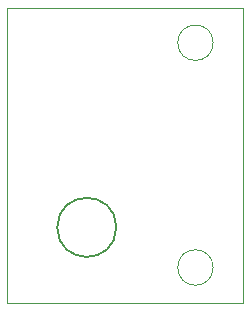
<source format=gbr>
%TF.GenerationSoftware,KiCad,Pcbnew,8.0.3*%
%TF.CreationDate,2024-06-28T16:22:58-06:00*%
%TF.ProjectId,Sensor,53656e73-6f72-42e6-9b69-6361645f7063,rev?*%
%TF.SameCoordinates,Original*%
%TF.FileFunction,Profile,NP*%
%FSLAX46Y46*%
G04 Gerber Fmt 4.6, Leading zero omitted, Abs format (unit mm)*
G04 Created by KiCad (PCBNEW 8.0.3) date 2024-06-28 16:22:58*
%MOMM*%
%LPD*%
G01*
G04 APERTURE LIST*
%TA.AperFunction,Profile*%
%ADD10C,0.100000*%
%TD*%
%TA.AperFunction,Profile*%
%ADD11C,0.200000*%
%TD*%
G04 APERTURE END LIST*
D10*
X136464000Y-86560000D02*
X156464000Y-86560000D01*
X156464000Y-111560000D01*
X136464000Y-111560000D01*
X136464000Y-86560000D01*
D11*
X145756000Y-105156000D02*
G75*
G02*
X140756000Y-105156000I-2500000J0D01*
G01*
X140756000Y-105156000D02*
G75*
G02*
X145756000Y-105156000I2500000J0D01*
G01*
D10*
%TO.C,OPT1*%
X153957921Y-89523000D02*
G75*
G02*
X150957921Y-89523000I-1500000J0D01*
G01*
X150957921Y-89523000D02*
G75*
G02*
X153957921Y-89523000I1500000J0D01*
G01*
X153960530Y-108553895D02*
G75*
G02*
X150960530Y-108553895I-1500000J0D01*
G01*
X150960530Y-108553895D02*
G75*
G02*
X153960530Y-108553895I1500000J0D01*
G01*
%TD*%
M02*

</source>
